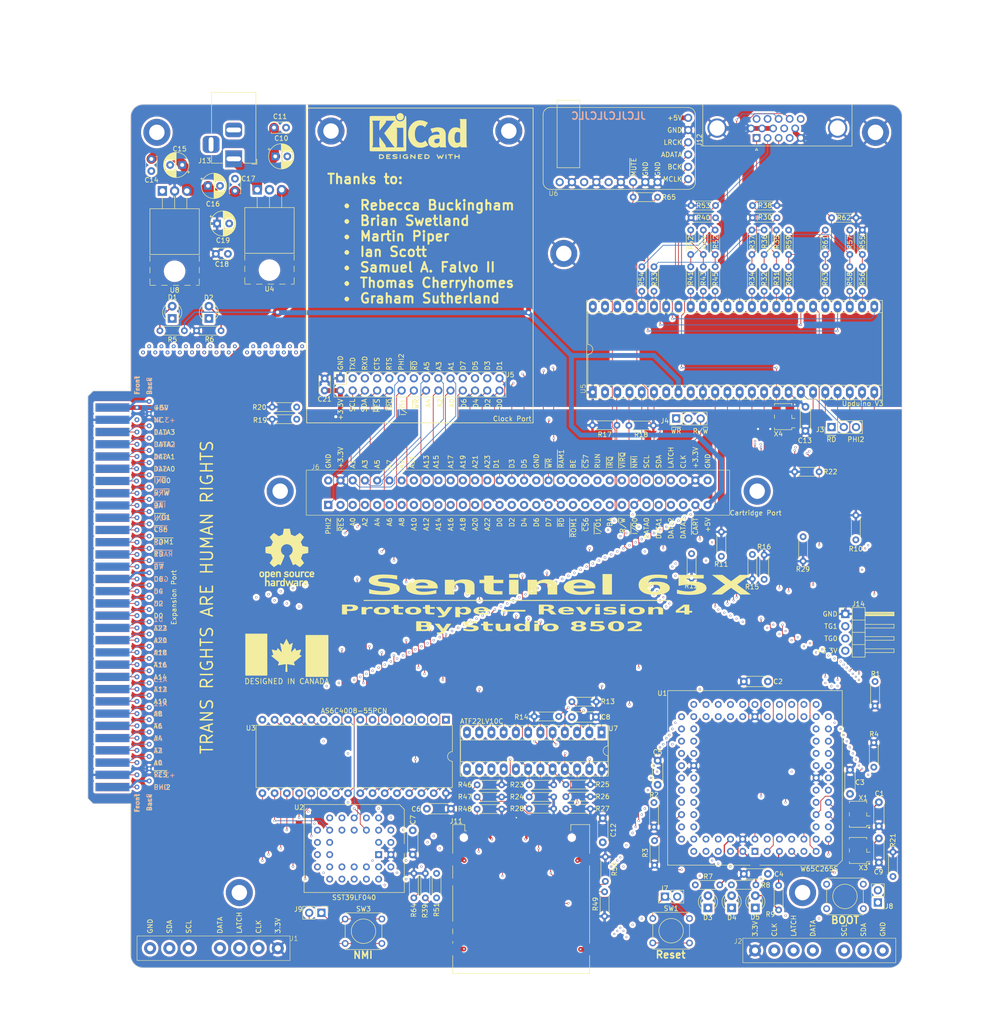
<source format=kicad_pcb>
(kicad_pcb
	(version 20240108)
	(generator "pcbnew")
	(generator_version "8.0")
	(general
		(thickness 1.6)
		(legacy_teardrops no)
	)
	(paper "A3")
	(layers
		(0 "F.Cu" signal "F.Cu (SMD)")
		(1 "In1.Cu" power "In1.Cu (GND)")
		(2 "In2.Cu" signal "In2.Cu (N-S)")
		(3 "In3.Cu" signal "In3.Cu. (E-W)")
		(4 "In4.Cu" power "In4.Cu (GND)")
		(31 "B.Cu" signal "B.Cu (MISC)")
		(32 "B.Adhes" user "B.Adhesive")
		(33 "F.Adhes" user "F.Adhesive")
		(34 "B.Paste" user)
		(35 "F.Paste" user)
		(36 "B.SilkS" user "B.Silkscreen")
		(37 "F.SilkS" user "F.Silkscreen")
		(38 "B.Mask" user)
		(39 "F.Mask" user)
		(40 "Dwgs.User" user "User.Drawings")
		(41 "Cmts.User" user "User.Comments")
		(42 "Eco1.User" user "User.Eco1")
		(43 "Eco2.User" user "User.Eco2")
		(44 "Edge.Cuts" user)
		(45 "Margin" user)
		(46 "B.CrtYd" user "B.Courtyard")
		(47 "F.CrtYd" user "F.Courtyard")
		(48 "B.Fab" user)
		(49 "F.Fab" user)
		(50 "User.1" user)
		(51 "User.2" user)
		(52 "User.3" user)
		(53 "User.4" user)
		(54 "User.5" user)
		(55 "User.6" user)
		(56 "User.7" user)
		(57 "User.8" user)
		(58 "User.9" user)
	)
	(setup
		(stackup
			(layer "F.SilkS"
				(type "Top Silk Screen")
				(color "White")
			)
			(layer "F.Paste"
				(type "Top Solder Paste")
			)
			(layer "F.Mask"
				(type "Top Solder Mask")
				(color "Red")
				(thickness 0.01)
			)
			(layer "F.Cu"
				(type "copper")
				(thickness 0.035)
			)
			(layer "dielectric 1"
				(type "prepreg")
				(thickness 0.1)
				(material "FR4")
				(epsilon_r 4.5)
				(loss_tangent 0.02)
			)
			(layer "In1.Cu"
				(type "copper")
				(thickness 0.035)
			)
			(layer "dielectric 2"
				(type "core")
				(thickness 0.535)
				(material "FR4")
				(epsilon_r 4.5)
				(loss_tangent 0.02)
			)
			(layer "In2.Cu"
				(type "copper")
				(thickness 0.035)
			)
			(layer "dielectric 3"
				(type "prepreg")
				(thickness 0.1)
				(material "FR4")
				(epsilon_r 4.5)
				(loss_tangent 0.02)
			)
			(layer "In3.Cu"
				(type "copper")
				(thickness 0.035)
			)
			(layer "dielectric 4"
				(type "core")
				(thickness 0.535)
				(material "FR4")
				(epsilon_r 4.5)
				(loss_tangent 0.02)
			)
			(layer "In4.Cu"
				(type "copper")
				(thickness 0.035)
			)
			(layer "dielectric 5"
				(type "prepreg")
				(color "#808080FF")
				(thickness 0.1)
				(material "FR4")
				(epsilon_r 4.5)
				(loss_tangent 0.02)
			)
			(layer "B.Cu"
				(type "copper")
				(thickness 0.035)
			)
			(layer "B.Mask"
				(type "Bottom Solder Mask")
				(color "Red")
				(thickness 0.01)
			)
			(layer "B.Paste"
				(type "Bottom Solder Paste")
			)
			(layer "B.SilkS"
				(type "Bottom Silk Screen")
				(color "White")
			)
			(copper_finish "None")
			(dielectric_constraints no)
		)
		(pad_to_mask_clearance 0)
		(allow_soldermask_bridges_in_footprints no)
		(grid_origin 90.380852 153.942679)
		(pcbplotparams
			(layerselection 0x00010fc_ffffffff)
			(plot_on_all_layers_selection 0x0000000_00000000)
			(disableapertmacros no)
			(usegerberextensions no)
			(usegerberattributes yes)
			(usegerberadvancedattributes yes)
			(creategerberjobfile yes)
			(dashed_line_dash_ratio 12.000000)
			(dashed_line_gap_ratio 3.000000)
			(svgprecision 4)
			(plotframeref no)
			(viasonmask no)
			(mode 1)
			(useauxorigin no)
			(hpglpennumber 1)
			(hpglpenspeed 20)
			(hpglpendiameter 15.000000)
			(pdf_front_fp_property_popups yes)
			(pdf_back_fp_property_popups yes)
			(dxfpolygonmode yes)
			(dxfimperialunits yes)
			(dxfusepcbnewfont yes)
			(psnegative no)
			(psa4output no)
			(plotreference yes)
			(plotvalue yes)
			(plotfptext yes)
			(plotinvisibletext no)
			(sketchpadsonfab no)
			(subtractmaskfromsilk no)
			(outputformat 1)
			(mirror no)
			(drillshape 0)
			(scaleselection 1)
			(outputdirectory "production/")
		)
	)
	(net 0 "")
	(net 1 "GND")
	(net 2 "+3.3V")
	(net 3 "/A1")
	(net 4 "/A3")
	(net 5 "/A5")
	(net 6 "/A7")
	(net 7 "/A9")
	(net 8 "/A11")
	(net 9 "/A13")
	(net 10 "/A15")
	(net 11 "/A17")
	(net 12 "/A19")
	(net 13 "/A21")
	(net 14 "/A23")
	(net 15 "/D1")
	(net 16 "/D3")
	(net 17 "/D5")
	(net 18 "/~{WR}")
	(net 19 "/BE")
	(net 20 "/RUN")
	(net 21 "/~{IRQ}")
	(net 22 "/~{VIRQ}")
	(net 23 "/~{NMI}")
	(net 24 "/I2C_SCL")
	(net 25 "/I2C_SDA")
	(net 26 "/SNES_LATCH")
	(net 27 "/SNES_CLK")
	(net 28 "/PHI2")
	(net 29 "/~{RES}")
	(net 30 "/A0")
	(net 31 "/A2")
	(net 32 "/A4")
	(net 33 "/A6")
	(net 34 "/A8")
	(net 35 "/A10")
	(net 36 "/A12")
	(net 37 "/A14")
	(net 38 "/A16")
	(net 39 "/A18")
	(net 40 "/A20")
	(net 41 "/A22")
	(net 42 "/D0")
	(net 43 "/D2")
	(net 44 "/D4")
	(net 45 "/D6")
	(net 46 "/D7")
	(net 47 "/~{RD}")
	(net 48 "/~{CS}6")
	(net 49 "/~{I{slash}O}1")
	(net 50 "/BA")
	(net 51 "/R{slash}~{W}")
	(net 52 "/~{I{slash}O}0")
	(net 53 "/SNES_DATA0")
	(net 54 "/SNES_DATA1")
	(net 55 "/SNES_DATA2")
	(net 56 "/SNES_DATA3")
	(net 57 "/MOSI")
	(net 58 "/RTS")
	(net 59 "/CTS")
	(net 60 "/BL1")
	(net 61 "/~{BOOT_SEL}")
	(net 62 "/RXD")
	(net 63 "/TXD")
	(net 64 "/FCLK")
	(net 65 "/CLK")
	(net 66 "/SCK")
	(net 67 "/~{CS}4")
	(net 68 "/~{CS}5")
	(net 69 "/~{CS}7")
	(net 70 "/~{FPGA_RESET}")
	(net 71 "/CDONE")
	(net 72 "/MISO")
	(net 73 "/~{SD_SS}")
	(net 74 "/~{ROM}0")
	(net 75 "/~{RAM}0")
	(net 76 "Net-(D1-A)")
	(net 77 "Net-(D3-A)")
	(net 78 "/~{RAM}1")
	(net 79 "/~{ROM}1")
	(net 80 "/VERA_18")
	(net 81 "+5V")
	(net 82 "/SYSCLK")
	(net 83 "/R0")
	(net 84 "/R2")
	(net 85 "/R1")
	(net 86 "/G0")
	(net 87 "/R3")
	(net 88 "/G2")
	(net 89 "/G1")
	(net 90 "/B0")
	(net 91 "/G3")
	(net 92 "/B2")
	(net 93 "/B1")
	(net 94 "/HSYNC")
	(net 95 "/B3")
	(net 96 "/VSYNC")
	(net 97 "/BCK")
	(net 98 "/ADATA")
	(net 99 "/LRCK")
	(net 100 "/BLUE")
	(net 101 "/GREEN")
	(net 102 "/RED")
	(net 103 "Net-(D2-A)")
	(net 104 "Net-(D4-A)")
	(net 105 "Net-(D5-A)")
	(net 106 "/BL2")
	(net 107 "/BL3")
	(net 108 "/VERA_7")
	(net 109 "Net-(R30-Pad2)")
	(net 110 "unconnected-(J10-Pin_b31-Padb31)")
	(net 111 "unconnected-(J10-Pin_b31-Padb31)_0")
	(net 112 "Net-(J11-DAT1)")
	(net 113 "Net-(J11-DAT2)")
	(net 114 "unconnected-(J12-Pad11)")
	(net 115 "unconnected-(J12-Pad4)")
	(net 116 "unconnected-(J12-Pad15)")
	(net 117 "unconnected-(J12-Pad9)")
	(net 118 "unconnected-(J12-Pad12)")
	(net 119 "Net-(R32-Pad2)")
	(net 120 "unconnected-(U1A-~{FCLKO}-Pad15)")
	(net 121 "unconnected-(U1A-RUN-Pad14)")
	(net 122 "unconnected-(U1A-BA-Pad21)")
	(net 123 "unconnected-(U1A-~{CLKO}-Pad19)")
	(net 124 "unconnected-(U5-+3.3V-Pad9)")
	(net 125 "unconnected-(U5-FLASH_MISO-Pad45)")
	(net 126 "unconnected-(U5-CLK_12M_EXT-Pad41)")
	(net 127 "unconnected-(U5-FT_SCK-Pad47)")
	(net 128 "unconnected-(U5-~{FT_SS}-Pad48)")
	(net 129 "unconnected-(U5-FLASH_MOSI-Pad46)")
	(net 130 "unconnected-(U5-VIO-Pad2)")
	(net 131 "unconnected-(U6-A3V3-Pad11)")
	(net 132 "unconnected-(U6-ROUT-Pad9)")
	(net 133 "unconnected-(U6-LOUT-Pad7)")
	(net 134 "Net-(R33-Pad2)")
	(net 135 "Net-(R40-Pad2)")
	(net 136 "Net-(R42-Pad2)")
	(net 137 "Net-(R44-Pad2)")
	(net 138 "Net-(R55-Pad2)")
	(net 139 "Net-(R57-Pad2)")
	(net 140 "Net-(R59-Pad2)")
	(net 141 "unconnected-(U7-IN-Pad13)")
	(net 142 "unconnected-(U7-I{slash}O-Pad16)")
	(net 143 "unconnected-(U7-I{slash}O-Pad15)")
	(net 144 "unconnected-(U7-I{slash}O-Pad17)")
	(net 145 "unconnected-(U7-I{slash}O-Pad14)")
	(net 146 "Net-(U4-IN)")
	(net 147 "/~{CART}")
	(net 148 "/~{SD_WP}")
	(net 149 "/~{SD_CD}")
	(net 150 "unconnected-(J13-MountPin-Pad3)")
	(net 151 "/~{MUTE}")
	(net 152 "/TG0")
	(net 153 "/TG1")
	(footprint "Resistor_THT:R_Axial_DIN0204_L3.6mm_D1.6mm_P5.08mm_Horizontal" (layer "F.Cu") (at 218.023531 150.221827 90))
	(footprint "Resistor_THT:R_Axial_DIN0204_L3.6mm_D1.6mm_P5.08mm_Horizontal" (layer "F.Cu") (at 158.455 197.875))
	(footprint "Capacitor_THT:C_Disc_D4.3mm_W1.9mm_P5.00mm" (layer "F.Cu") (at 195.918531 187.826827 -90))
	(footprint "Resistor_THT:R_Axial_DIN0204_L3.6mm_D1.6mm_P5.08mm_Horizontal" (layer "F.Cu") (at 202.775852 90.442679 90))
	(footprint "Capacitor_THT:C_Disc_D4.3mm_W1.9mm_P5.00mm" (layer "F.Cu") (at 241.828173 208.96 90))
	(footprint "Resistor_THT:R_Axial_DIN0204_L3.6mm_D1.6mm_P5.08mm_Horizontal" (layer "F.Cu") (at 229.434306 127.897878 180))
	(footprint "Resistor_THT:R_Axial_DIN0204_L3.6mm_D1.6mm_P5.08mm_Horizontal" (layer "F.Cu") (at 223.095852 90.442679 90))
	(footprint "Resistor_THT:R_Axial_DIN0204_L3.6mm_D1.6mm_P5.08mm_Horizontal" (layer "F.Cu") (at 195.155041 201.608025 90))
	(footprint "Symbol:OSHW-Logo_11.4x12mm_SilkScreen" (layer "F.Cu") (at 118.942135 145.687679))
	(footprint "Capacitor_THT:C_Disc_D4.3mm_W1.9mm_P5.00mm" (layer "F.Cu") (at 184.518267 199.7716 -90))
	(footprint "Resistor_THT:R_Axial_DIN0204_L3.6mm_D1.6mm_P5.08mm_Horizontal" (layer "F.Cu") (at 175.381704 178.665358 180))
	(footprint "Connector:SNES Controller Port (Female, 90º, THT)" (layer "F.Cu") (at 101.832102 226.745 180))
	(footprint "Capacitor_THT:C_Disc_D3.4mm_W2.1mm_P2.50mm" (layer "F.Cu") (at 90.828531 63.011827 -90))
	(footprint "Resistor_THT:R_Axial_DIN0204_L3.6mm_D1.6mm_P5.08mm_Horizontal" (layer "F.Cu") (at 218.015852 90.442679 90))
	(footprint "Connector_PinHeader_2.54mm:PinHeader_1x04_P2.54mm_Horizontal" (layer "F.Cu") (at 234.87 157.4))
	(footprint "Resistor_THT:R_Axial_DIN0204_L3.6mm_D1.6mm_P5.08mm_Horizontal" (layer "F.Cu") (at 207.855852 90.442679 90))
	(footprint "Capacitor_THT:C_Disc_D4.3mm_W1.9mm_P5.00mm" (layer "F.Cu") (at 226.588173 119.423531 90))
	(footprint "Connector_Card:SD_Hirose_DM1AA_SF_PEJ82" (layer "F.Cu") (at 167.589126 216.546139))
	(footprint "Connector_BarrelJack:BarrelJack_Horizontal" (layer "F.Cu") (at 107.928531 62.981827 -90))
	(footprint "MountingHole:MountingHole_3.2mm_M3_DIN965_Pad" (layer "F.Cu") (at 128.117172 57.207679))
	(footprint "Resistor_THT:R_Axial_DIN0204_L3.6mm_D1.6mm_P5.08mm_Horizontal" (layer "F.Cu") (at 192.615852 90.442679 90))
	(footprint "Resistor_THT:R_Axial_DIN0204_L3.6mm_D1.6mm_P5.08mm_Horizontal" (layer "F.Cu") (at 215.475852 90.442679 90))
	(footprint "Resistor_THT:R_Axial_DIN0204_L3.6mm_D1.6mm_P5.08mm_Horizontal" (layer "F.Cu") (at 169.25 195.36))
	(footprint "Capacitor_THT:C_Disc_D4.3mm_W1.9mm_P5.00mm" (layer "F.Cu") (at 241.828173 201.453531 90))
	(footprint "Capacitor_THT:C_Disc_D3.4mm_W2.1mm_P2.50mm" (layer "F.Cu") (at 104.225 82.69))
	(footprint "Connector_PinHeader_2.54mm:PinHeader_1x02_P2.54mm_Vertical" (layer "F.Cu") (at 241.623621 217.254071 180))
	(footprint "Resistor_THT:R_Axial_DIN0204_L3.6mm_D1.6mm_P5.08mm_Horizontal" (layer "F.Cu") (at 230.715852 90.442679 90))
	(footprint "Oscillator:Oscillator_SMD_EuroQuartz_XO53-4Pin_5.0x3.2mm_HandSoldering" (layer "F.Cu") (at 221.955852 116.463392 90))
	(footprint "Resistor_THT:R_Axial_DIN0204_L3.6mm_D1.6mm_P5.08mm_Horizontal"
		(layer "F.Cu")
		(uuid "45c03259-8a6b-49d1-9e1a-47a6f0067e76")
		(at 205.392978 90.442679 90)
		(descr "Resistor, Axial_DIN0204 series, Axial, Horizontal, pin pitch=5.08mm, 0.167W, length*diameter=3.6*1.6mm^2, http://cdn-reichelt.de/documents/datenblatt/B400/1_4W%23YAG.pdf")
		(tags "Resistor Axial_DIN0204 series Axial Horizontal pin pitch 5.08mm 0.167W length 3.6mm diameter 1.6mm")
		(property "Reference" "R43"
			(at 2.612891 0.02709 90)
			(layer "F.SilkS")
			(uuid "cddad1c4-98a9-4d23-b8b0-f7d577f41ab2")
			(effects
				(font
					(size 1 1)
					(thickness 0.15)
				)
			)
		)
		(property "Value" "800Ω"
			(at 2.54 1.92 -90)
			(layer "F.Fab")
			(hide yes)
			(uuid "e85fc1c3-d6ae-4e2d-a84c-eadf64dfca84")
			(effects
				(font
					(size 1 1)
					(thickness 0.15)
				)
			)
		)
		(property "Footprint" "Resistor_THT:R_Axial_DIN0204_L3.6mm_D1.6mm_P5.08mm_Horizontal"
			(at 0 0 90)
			(unlocked yes)
			(layer "F.Fab")
			(hide yes)
			(uuid "dabab882-2384-4544-a709-dfb53459aea8")
			(effects
				(font
					(size 1.27 1.27)
				)
			)
		)
		(property "Datasheet" ""
			(at 0 0 90)
			(unlocked yes)
			(layer "F.Fab")
			(hide yes)
			(uuid "26320ad4-edf4-4504-a0fa-24f584b3d889")
			(effects
				(font
					(size 1.27 1.27)
				)
			)
		)
		(property "Description" ""
			(at 0 0 90)
			(unlocked yes)
			(layer "F.Fab")
			(hide yes)
			(uuid "43a29daf-eaeb-4388-80d9-f0b5aa898a4a")
			(effects
				(font
					(size 1.27 1.27)
				)
			)
		)
		(property ki_fp_filters "R_*")
		(path "/d7027a02-07a3-47fe-bf17-4d77c2cefd89")
		(sheetname "Root")
		(sheetfile "Sentinel 65X - Prototype 4.kicad_sch")
		(attr through_hole)
		(fp_line
			(start 0.62 -0.92)
			(end 4.46 -0.92)
			(stroke
				(width 0.12)
				(type solid)
			)
			(layer "F.SilkS")
			(uuid "647cfee0-d42a-4435-9fc8-00ec480a8c8b")
		)
		(fp_line
			(start 0.62 0.92)
			(end 4.46 0.92)
			(stroke
				(width 0.12)
				(type solid)
			)
			(layer "F.SilkS")
			(uuid "eb96293f-b8e8-413e-92a8-87ddf05c557b")
		)
		(fp_line
			(start 6.03 -1.05)
			(end -0.95 -1.05)
			(stroke
				(width 0.05)
				(type solid)
			)
			(layer "F.CrtYd")
			(uuid "f1451ff5-e1d7-4095-a448-ded31377e04e")
		)
		(fp_line
			(start -0.95 -1.05)
			(end -0.95 1.05)
			(stroke
				(width 0.05)
				(type solid)
			)
			(layer "F.CrtYd")
			(uuid "07ccc160-c589-4d3d-affc-86afbfca3b72")
		)
		(fp_line
			(start 6.03 1.05)
			(end 6.03 -1.05)
			(stroke
				(width 0.05)
				(type solid)
			)
			(layer "F.CrtYd")
			(uuid "e7566a74-1913-426e-9df4-99aad2136656")
		)
		(fp_line
			(start -0.95 1.05)
			(end 6.03 1.05)
			(stroke
				(width 0.05)
				(type solid)
			)
			(layer "F.CrtYd")
			(uuid "c6d5e0e8-d981-479a-8c05-d8dda334a975")
		)
		(fp_line
			(start 4.34 -0.8)
			(end 0.74 -0.8)
			(stroke
				(width 0.1)
				(type solid)
			)
			(layer "F.Fab")
			(uuid "d347ca14-0256-47a6-aad6-8a6d78bbb7d2")
		)
		(fp_line
			(start 0.74 -0.8)
			(end 0.74 0.8)
			(stroke
				(width 0.1)
				(type solid)
			)
			(layer "F.Fab")
			(uuid "e0f5116f-3262-439c-8d32-d5586b5ea559")
		)
		(fp_line
			(start 5.08 0)
			(end 4.34 0)
			(stroke
				(width 0.1)
				(type solid)
			)
			(layer "F.Fab")
			(uuid "eaecf4e5-c409-414b-b2be-a33ae79c6b37")
		)
		(fp_line
			(start 0 0)
			(end 0.74 0)
			(stroke
				(width 0.1)
				(type solid)
			)
			(layer "F.Fab")
			(uuid "4d8ac42e-7cae-4452-9b02-c9342ef20da4")
		)
		(fp_line
			(start 4.34 0.8)
			(end 4.34 -0.8)
			(stroke
				(width 0.1)
				(type solid)
			)
			(layer "F.Fab")
			(uuid "95ca8ab4-d7b1-404f-ae77-3cfef34bd390")
		)
		(fp_line
			(start 0.74 0.8)
			(end 4.34 0.8)
			(stroke
				(width 0.1)
				(type solid)
			)
			(layer "F.Fab")
			(uuid "06ddfb65-67d4-420d-82e7-d8e3b8be2f2a")
		)
		(fp_text user "${REFERENCE}"
			(at 2.54 0 -90)
			(layer "F.Fab")
			(uuid "16c1f591-e370-4eee-8d9a-01850cd068d0")
			(effects
				(font
					(size 0.72 0.72)
					(thickness 0.108)
				)
			)
		)
		(pad "1" thru_hole circle
			(at 0 0 90)
			(size 1.4 1.4)
			(drill 0.7)
			(layers "*.Cu" "*.Mask")
			(remove_unused_layers no)
			(net 89 "/G1")
			(pintype "passive")
			(uuid "f9e4ffce-91a3-422a-a7c6-2aa5eb27bc72")
		)
		(pad "2" thru_hol
... [7884633 chars truncated]
</source>
